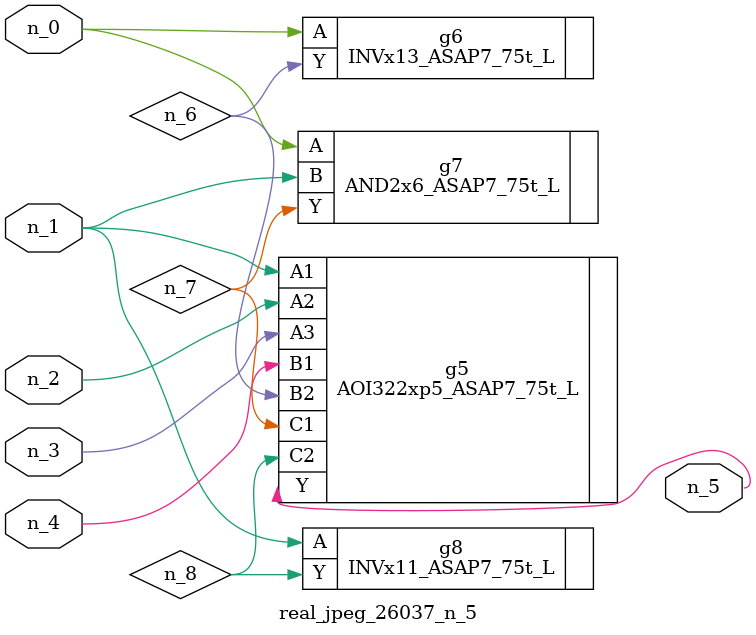
<source format=v>
module real_jpeg_26037_n_5 (n_4, n_0, n_1, n_2, n_3, n_5);

input n_4;
input n_0;
input n_1;
input n_2;
input n_3;

output n_5;

wire n_8;
wire n_6;
wire n_7;

INVx13_ASAP7_75t_L g6 ( 
.A(n_0),
.Y(n_6)
);

AND2x6_ASAP7_75t_L g7 ( 
.A(n_0),
.B(n_1),
.Y(n_7)
);

AOI322xp5_ASAP7_75t_L g5 ( 
.A1(n_1),
.A2(n_2),
.A3(n_3),
.B1(n_4),
.B2(n_6),
.C1(n_7),
.C2(n_8),
.Y(n_5)
);

INVx11_ASAP7_75t_L g8 ( 
.A(n_1),
.Y(n_8)
);


endmodule
</source>
